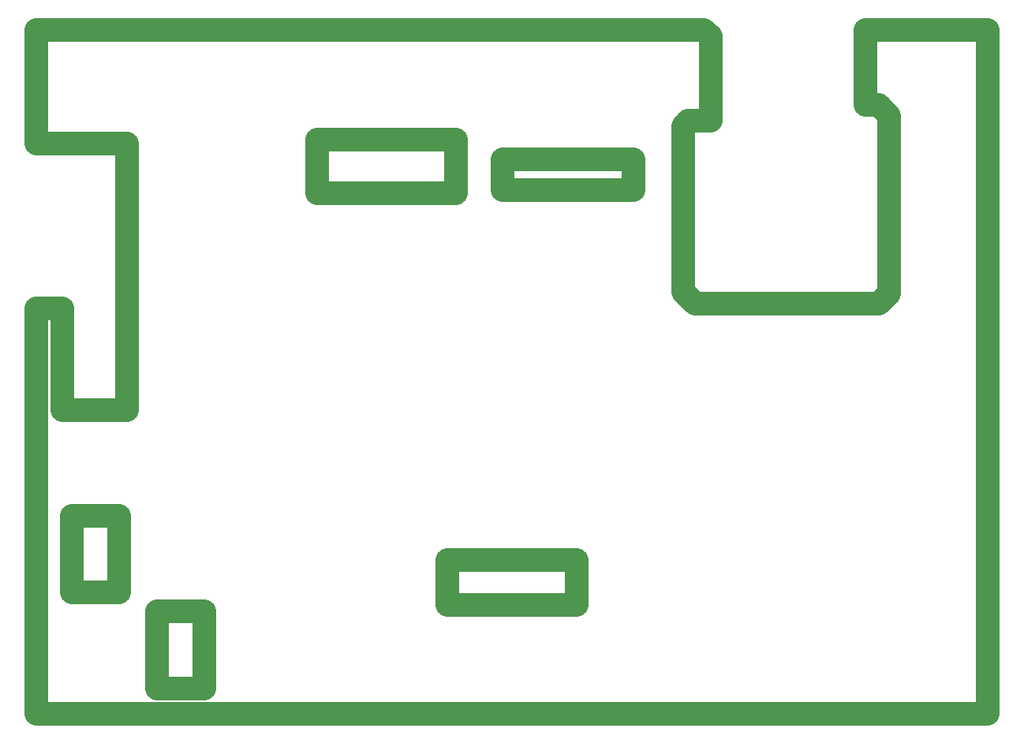
<source format=gko>
G04 start of page 4 for group 4 idx 4 *
G04 Title: (unknown), outline *
G04 Creator: pcb 20110918 *
G04 CreationDate: Thu May 15 21:16:40 2014 UTC *
G04 For: fosse *
G04 Format: Gerber/RS-274X *
G04 PCB-Dimensions: 550000 450000 *
G04 PCB-Coordinate-Origin: lower left *
%MOIN*%
%FSLAX25Y25*%
%LNOUTLINE*%
%ADD54C,0.1000*%
G54D54*X38610Y118840D02*Y289950D01*
X53500Y202500D02*X73500D01*
Y170000D01*
X53500D02*Y202500D01*
X73500Y170000D02*X53500D01*
X38609Y118838D02*X440608D01*
X76500Y247000D02*X49600D01*
X76840Y247020D02*X75720D01*
X89500Y162000D02*X109500D01*
Y129500D01*
X89500D02*Y162000D01*
X109500Y129500D02*X89500D01*
X212409Y183738D02*Y164738D01*
X266909D01*
Y183738D01*
X212409D01*
X76840Y289950D02*Y359600D01*
X38610D01*
X38600Y290000D02*Y289900D01*
X49600Y290000D02*X38600D01*
X49600Y247000D02*Y290000D01*
X76840Y289960D02*Y247020D01*
X38610Y359600D02*Y407840D01*
X215810Y361300D02*X157430D01*
Y338710D02*X215810D01*
X291000Y353000D02*Y340000D01*
X235500D01*
Y353000D01*
X291000D01*
X157430Y361300D02*Y338710D01*
X215810D02*Y361300D01*
X38610Y407840D02*X320700D01*
X389000D02*X440610D01*
X320700D02*X323500Y405040D01*
X440610Y407840D02*Y118840D01*
X323500Y405040D02*Y369250D01*
X314050D01*
X311980Y367180D01*
Y297020D01*
X317000Y292000D01*
X394500D01*
X399000Y296500D01*
Y371500D01*
X394500Y376000D01*
X389000D01*
Y407840D01*
M02*

</source>
